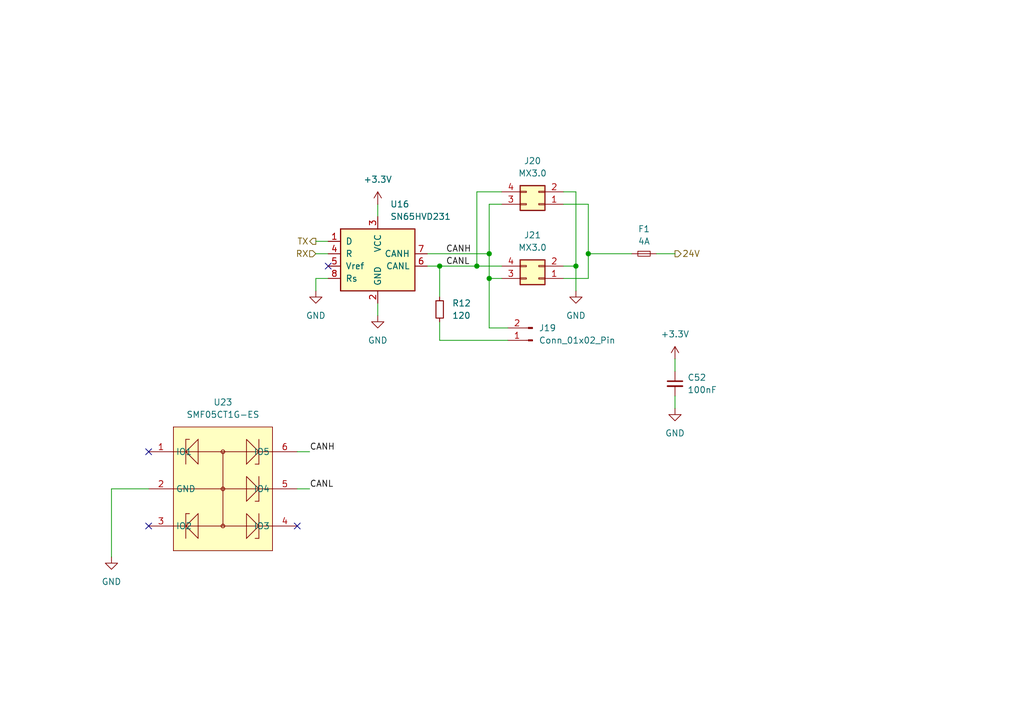
<source format=kicad_sch>
(kicad_sch (version 20250114) (generator "eeschema") (generator_version "9.0")
  (paper "A5")
  (lib_symbols
    (symbol "Connector:Conn_01x02_Pin" (pin_names (offset 1.016) (hide yes))
      (property "Reference" "J" (at 0 2.54 0))
      (property "Value" "Conn_01x02_Pin" (at 0 -5.08 0))
      (symbol "Conn_01x02_Pin_1_1"
        (rectangle (start 0.8636 0.127) (end 0 -0.127) (stroke (width 0.1524)) (fill (type outline)))
        (rectangle (start 0.8636 -2.413) (end 0 -2.667) (stroke (width 0.1524)) (fill (type outline)))
        (polyline (pts (xy 1.27 0) (xy 0.8636 0)) (stroke (width 0.1524)))
        (polyline (pts (xy 1.27 -2.54) (xy 0.8636 -2.54)) (stroke (width 0.1524)))
        (pin passive line (at 5.08 0 180) (length 3.81) (name "Pin_1") (number "1"))
        (pin passive line (at 5.08 -2.54 180) (length 3.81) (name "Pin_2") (number "2"))
      )
    )
    (symbol "Connector_Generic:Conn_02x02_Top_Bottom" (pin_names (offset 1.016) (hide yes))
      (property "Reference" "J" (at 1.27 2.54 0))
      (property "Value" "Conn_02x02_Top_Bottom" (at 1.27 -5.08 0))
      (symbol "Conn_02x02_Top_Bottom_1_1"
        (rectangle (start -1.27 1.27) (end 3.81 -3.81) (stroke (width 0.254)) (fill (type background)))
        (rectangle (start -1.27 0.127) (end 0 -0.127) (stroke (width 0.1524)))
        (rectangle (start -1.27 -2.413) (end 0 -2.667) (stroke (width 0.1524)))
        (rectangle (start 3.81 0.127) (end 2.54 -0.127) (stroke (width 0.1524)))
        (rectangle (start 3.81 -2.413) (end 2.54 -2.667) (stroke (width 0.1524)))
        (pin passive line (at -5.08 0 0) (length 3.81) (name "Pin_1") (number "1"))
        (pin passive line (at -5.08 -2.54 0) (length 3.81) (name "Pin_2") (number "2"))
        (pin passive line (at 7.62 0 180) (length 3.81) (name "Pin_3") (number "3"))
        (pin passive line (at 7.62 -2.54 180) (length 3.81) (name "Pin_4") (number "4"))
      )
    )
    (symbol "Device:C_Small" (pin_numbers (hide yes)) (pin_names (offset 0.254) (hide yes))
      (property "Reference" "C" (at 0.254 1.778 0))
      (property "Value" "C_Small" (at 0.254 -2.032 0))
      (symbol "C_Small_0_1"
        (polyline (pts (xy -1.524 0.508) (xy 1.524 0.508)) (stroke (width 0.3048)))
        (polyline (pts (xy -1.524 -0.508) (xy 1.524 -0.508)) (stroke (width 0.3302)))
      )
      (symbol "C_Small_1_1"
        (pin passive line (at 0 2.54 270) (length 2.032) (name "~") (number "1"))
        (pin passive line (at 0 -2.54 90) (length 2.032) (name "~") (number "2"))
      )
    )
    (symbol "Device:Fuse_Small" (pin_numbers (hide yes)) (pin_names (offset 0.254) (hide yes))
      (property "Reference" "F" (at 0 -1.524 0))
      (property "Value" "Fuse_Small" (at 0 1.524 0))
      (symbol "Fuse_Small_0_1"
        (rectangle (start -1.27 0.508) (end 1.27 -0.508))
        (polyline (pts (xy -1.27 0) (xy 1.27 0)))
      )
      (symbol "Fuse_Small_1_1"
        (pin passive line (at -2.54 0 0) (length 1.27) (name "~") (number "1"))
        (pin passive line (at 2.54 0 180) (length 1.27) (name "~") (number "2"))
      )
    )
    (symbol "Device:R_Small" (pin_numbers (hide yes)) (pin_names (offset 0.254) (hide yes))
      (property "Reference" "R" (at 0.762 0.508 0))
      (property "Value" "R_Small" (at 0.762 -1.016 0))
      (symbol "R_Small_0_1"
        (rectangle (start -0.762 1.778) (end 0.762 -1.778) (stroke (width 0.2032)))
      )
      (symbol "R_Small_1_1"
        (pin passive line (at 0 2.54 270) (length 0.762) (name "~") (number "1"))
        (pin passive line (at 0 -2.54 90) (length 0.762) (name "~") (number "2"))
      )
    )
    (symbol "Interface_CAN_LIN:SN65HVD231" (pin_names (offset 1.016))
      (property "Reference" "U" (at -2.54 10.16 0))
      (property "Value" "SN65HVD231" (at -2.54 7.62 0))
      (symbol "SN65HVD231_0_1"
        (rectangle (start -7.62 5.08) (end 7.62 -7.62) (stroke (width 0.254)) (fill (type background)))
      )
      (symbol "SN65HVD231_1_1"
        (pin input line (at -10.16 2.54 0) (length 2.54) (name "D") (number "1"))
        (pin output line (at -10.16 0 0) (length 2.54) (name "R") (number "4"))
        (pin output line (at -10.16 -2.54 0) (length 2.54) (name "Vref") (number "5"))
        (pin input line (at -10.16 -5.08 0) (length 2.54) (name "Rs") (number "8"))
        (pin power_in line (at 0 7.62 270) (length 2.54) (name "VCC") (number "3"))
        (pin power_in line (at 0 -10.16 90) (length 2.54) (name "GND") (number "2"))
        (pin bidirectional line (at 10.16 0 180) (length 2.54) (name "CANH") (number "7"))
        (pin bidirectional line (at 10.16 -2.54 180) (length 2.54) (name "CANL") (number "6"))
      )
    )
    (symbol "LCSC:SMF05CT1G-ES"
      (property "Reference" "U" (at 0 12.7 0))
      (property "Value" "SMF05CT1G-ES" (at 0 -12.7 0))
      (symbol "SMF05CT1G-ES_0_1"
        (rectangle (start -10.16 12.7) (end 10.16 -12.7) (fill (type background)))
        (polyline (pts (xy -10.16 7.62) (xy 10.16 7.62)))
        (polyline (pts (xy -10.16 0) (xy 0 0)))
        (polyline (pts (xy -10.16 -7.62) (xy 10.16 -7.62)))
        (polyline (pts (xy -7.62 10.16) (xy -6.86 10.16)))
        (polyline (pts (xy -7.62 5.08) (xy -7.62 10.16)))
        (polyline (pts (xy -7.62 -5.08) (xy -6.86 -5.08)))
        (polyline (pts (xy -7.62 -10.16) (xy -7.62 -5.08)))
        (polyline (pts (xy -5.08 10.16) (xy -7.62 7.62) (xy -5.08 5.08) (xy -5.08 10.16)) (fill (type background)))
        (polyline (pts (xy -5.08 -5.08) (xy -7.62 -7.62) (xy -5.08 -10.16) (xy -5.08 -5.08)) (fill (type background)))
        (circle (center 0 7.62) (radius 0.38))
        (polyline (pts (xy 0 0) (xy 10.16 0)))
        (circle (center 0 0) (radius 0.38))
        (polyline (pts (xy 0 -7.62) (xy 0 7.62)))
        (circle (center 0 -7.62) (radius 0.38))
        (arc (start 0.25 7.62) (mid 0.25 7.62) (end 0.25 7.62))
        (arc (start 0.25 0) (mid 0.25 0) (end 0.25 0))
        (arc (start 0.25 -7.62) (mid 0.25 -7.62) (end 0.25 -7.62))
        (polyline (pts (xy 4.83 5.08) (xy 7.37 7.62) (xy 4.83 10.16) (xy 4.83 5.08)) (fill (type background)))
        (polyline (pts (xy 4.83 -2.54) (xy 7.37 0) (xy 4.83 2.54) (xy 4.83 -2.54)) (fill (type background)))
        (polyline (pts (xy 4.83 -10.16) (xy 7.37 -7.62) (xy 4.83 -5.08) (xy 4.83 -10.16)) (fill (type background)))
        (polyline (pts (xy 7.37 10.16) (xy 7.37 5.08)))
        (polyline (pts (xy 7.37 5.08) (xy 6.6 5.08)))
        (polyline (pts (xy 7.37 2.54) (xy 7.37 -2.54)))
        (polyline (pts (xy 7.37 -2.54) (xy 6.6 -2.54)))
        (polyline (pts (xy 7.37 -5.08) (xy 7.37 -10.16)))
        (polyline (pts (xy 7.37 -10.16) (xy 6.6 -10.16)))
        (pin input line (at -15.24 7.62 0) (length 5.08) (name "IO1") (number "1"))
        (pin input line (at -15.24 0 0) (length 5.08) (name "GND") (number "2"))
        (pin input line (at -15.24 -7.62 0) (length 5.08) (name "IO2") (number "3"))
        (pin input line (at 15.24 7.62 180) (length 5.08) (name "IO5") (number "6"))
        (pin input line (at 15.24 0 180) (length 5.08) (name "IO4") (number "5"))
        (pin input line (at 15.24 -7.62 180) (length 5.08) (name "IO3") (number "4"))
      )
    )
    (symbol "power:+3.3V" (power) (pin_numbers (hide yes)) (pin_names (offset 0) (hide yes))
      (property "Value" "+3.3V" (at 0 3.556 0))
      (symbol "+3.3V_0_1"
        (polyline (pts (xy -0.762 1.27) (xy 0 2.54)))
        (polyline (pts (xy 0 2.54) (xy 0.762 1.27)))
        (polyline (pts (xy 0 0) (xy 0 2.54)))
      )
      (symbol "+3.3V_1_1"
        (pin power_in line (at 0 0 90) (length 0) (name "~") (number "1"))
      )
    )
    (symbol "power:GND" (power) (pin_numbers (hide yes)) (pin_names (offset 0) (hide yes))
      (property "Value" "GND" (at 0 -3.81 0))
      (symbol "GND_0_1"
        (polyline (pts (xy 0 0) (xy 0 -1.27) (xy 1.27 -1.27) (xy 0 -2.54) (xy -1.27 -1.27) (xy 0 -1.27)))
      )
      (symbol "GND_1_1"
        (pin power_in line (at 0 0 270) (length 0) (name "~") (number "1"))
      )
    )
  )
  (junction (at 118.11 54.61))
  (junction (at 90.17 54.61))
  (junction (at 120.65 52.07))
  (junction (at 97.79 54.61))
  (junction (at 100.33 52.07))
  (junction (at 100.33 57.15))
  (no_connect (at 67.31 54.61))
  (no_connect (at 60.96 107.95))
  (no_connect (at 30.48 107.95))
  (no_connect (at 30.48 92.71))
  (wire (pts (xy 134.62 52.07) (xy 138.43 52.07)))
  (wire (pts (xy 97.79 54.61) (xy 102.87 54.61)))
  (wire (pts (xy 22.86 114.3) (xy 22.86 100.33)))
  (wire (pts (xy 77.47 41.91) (xy 77.47 44.45)))
  (wire (pts (xy 97.79 54.61) (xy 97.79 39.37)))
  (wire (pts (xy 90.17 66.04) (xy 90.17 69.85)))
  (wire (pts (xy 90.17 54.61) (xy 90.17 60.96)))
  (wire (pts (xy 138.43 73.66) (xy 138.43 76.2)))
  (wire (pts (xy 64.77 52.07) (xy 67.31 52.07)))
  (wire (pts (xy 115.57 57.15) (xy 120.65 57.15)))
  (wire (pts (xy 100.33 52.07) (xy 100.33 57.15)))
  (wire (pts (xy 22.86 100.33) (xy 30.48 100.33)))
  (wire (pts (xy 120.65 57.15) (xy 120.65 52.07)))
  (wire (pts (xy 64.77 59.69) (xy 64.77 57.15)))
  (wire (pts (xy 118.11 39.37) (xy 115.57 39.37)))
  (wire (pts (xy 100.33 57.15) (xy 102.87 57.15)))
  (wire (pts (xy 64.77 49.53) (xy 67.31 49.53)))
  (wire (pts (xy 100.33 41.91) (xy 102.87 41.91)))
  (wire (pts (xy 100.33 67.31) (xy 104.14 67.31)))
  (wire (pts (xy 87.63 52.07) (xy 100.33 52.07)))
  (wire (pts (xy 115.57 54.61) (xy 118.11 54.61)))
  (wire (pts (xy 120.65 41.91) (xy 120.65 52.07)))
  (wire (pts (xy 138.43 81.28) (xy 138.43 83.82)))
  (wire (pts (xy 115.57 41.91) (xy 120.65 41.91)))
  (wire (pts (xy 120.65 52.07) (xy 129.54 52.07)))
  (wire (pts (xy 60.96 100.33) (xy 63.5 100.33)))
  (wire (pts (xy 87.63 54.61) (xy 90.17 54.61)))
  (wire (pts (xy 100.33 52.07) (xy 100.33 41.91)))
  (wire (pts (xy 77.47 62.23) (xy 77.47 64.77)))
  (wire (pts (xy 100.33 57.15) (xy 100.33 67.31)))
  (wire (pts (xy 118.11 54.61) (xy 118.11 59.69)))
  (wire (pts (xy 60.96 92.71) (xy 63.5 92.71)))
  (wire (pts (xy 90.17 69.85) (xy 104.14 69.85)))
  (wire (pts (xy 64.77 57.15) (xy 67.31 57.15)))
  (wire (pts (xy 97.79 39.37) (xy 102.87 39.37)))
  (wire (pts (xy 118.11 39.37) (xy 118.11 54.61)))
  (wire (pts (xy 90.17 54.61) (xy 97.79 54.61)))
  (label "CANL" (at 63.5 100.33 0))
  (label "CANH" (at 91.44 52.07 0))
  (label "CANH" (at 63.5 92.71 0))
  (label "CANL" (at 91.44 54.61 0))
  (hierarchical_label "24V" (shape output) (at 138.43 52.07 0))
  (hierarchical_label "RX" (shape input) (at 64.77 52.07 180))
  (hierarchical_label "TX" (shape output) (at 64.77 49.53 180))
  (symbol (lib_id "LCSC:SMF05CT1G-ES") (at 45.72 100.33 0) (unit 1)
    (property "Reference" "U23" (at 45.72 82.55 0))
    (property "Value" "SMF05CT1G-ES" (at 45.72 85.09 0))
    (property "Footprint" "Package_TO_SOT_SMD:SOT-363_SC-70-6" (effects (hide yes)))
    (property "LCSC Part" "C5180312" (effects (hide yes)))
    (property "LCSC" "C5180312" (effects (hide yes)))
  )
  (symbol (lib_id "power:GND") (at 77.47 64.77 0) (unit 1)
    (property "Reference" "#PWR0127" (effects (hide yes)))
    (property "Value" "GND" (at 77.47 69.85 0))
    (property "Description" "Power symbol creates a global label with name \"GND\" , ground" (effects (hide yes)))
  )
  (symbol (lib_id "Device:Fuse_Small") (at 132.08 52.07 0) (unit 1)
    (property "Reference" "F1" (at 132.08 46.99 0))
    (property "Value" "4A" (at 132.08 49.53 0))
    (property "Footprint" "Fuse:Fuseholder_Littelfuse_Nano2_154x" (effects (hide yes)))
    (property "Description" "Fuse, small symbol" (effects (hide yes)))
    (property "LCSC" "C108518" (effects (hide yes)))
  )
  (symbol (lib_id "Interface_CAN_LIN:SN65HVD231") (at 77.47 52.07 0) (unit 1)
    (property "Reference" "U16" (at 80.0118 41.91 0) (effects (justify left)))
    (property "Value" "SN65HVD231" (at 80.0118 44.45 0) (effects (justify left)))
    (property "Footprint" "Package_SO:SOIC-8_3.9x4.9mm_P1.27mm" (effects (hide yes)))
    (property "Datasheet" "http://www.ti.com/lit/ds/symlink/sn65hvd230.pdf" (effects (hide yes)))
    (property "Description" "CAN Bus Transceivers, 3.3V, 1Mbps,Ultra Low-Power capabilities, SOIC-8" (effects (hide yes)))
    (property "LCSC" "C129257" (effects (hide yes)))
  )
  (symbol (lib_id "power:+3.3V") (at 77.47 41.91 0) (unit 1)
    (property "Reference" "#PWR0126" (effects (hide yes)))
    (property "Value" "+3.3V" (at 77.47 36.83 0))
    (property "Description" "Power symbol creates a global label with name \"+3.3V\"" (effects (hide yes)))
  )
  (symbol (lib_id "Device:R_Small") (at 90.17 63.5 0) (unit 1)
    (property "Reference" "R12" (at 92.71 62.23 0) (effects (justify left)))
    (property "Value" "120" (at 92.71 64.77 0) (effects (justify left)))
    (property "Footprint" "Resistor_SMD:R_0603_1608Metric" (effects (hide yes)))
    (property "Description" "Resistor, small symbol" (effects (hide yes)))
    (property "LCSC" "C22787" (effects (hide yes)))
  )
  (symbol (lib_id "Connector_Generic:Conn_02x02_Top_Bottom") (at 110.49 41.91 180) (unit 1)
    (property "Reference" "J20" (at 109.22 33.02 0))
    (property "Value" "MX3.0" (at 109.22 35.56 0))
    (property "Footprint" "Connector_Molex:Molex_Micro-Fit_3.0_43045-0412_2x02_P3.00mm_Vertical" (effects (hide yes)))
    (property "Description" "Generic connector, double row, 02x02, top/bottom pin numbering scheme (row 1: 1...pins_per_row, row2: pins_per_row+1 ... num_pins), script generated (kicad-library-utils/schlib/autogen/connector/)" (effects (hide yes)))
    (property "LCSC" "C277721" (effects (hide yes)))
  )
  (symbol (lib_id "power:GND") (at 64.77 59.69 0) (unit 1)
    (property "Reference" "#PWR0125" (effects (hide yes)))
    (property "Value" "GND" (at 64.77 64.77 0))
    (property "Description" "Power symbol creates a global label with name \"GND\" , ground" (effects (hide yes)))
  )
  (symbol (lib_id "power:+3.3V") (at 138.43 73.66 0) (unit 1)
    (property "Reference" "#PWR0129" (effects (hide yes)))
    (property "Value" "+3.3V" (at 138.43 68.58 0))
    (property "Description" "Power symbol creates a global label with name \"+3.3V\"" (effects (hide yes)))
  )
  (symbol (lib_id "Connector_Generic:Conn_02x02_Top_Bottom") (at 110.49 57.15 180) (unit 1)
    (property "Reference" "J21" (at 109.22 48.26 0))
    (property "Value" "MX3.0" (at 109.22 50.8 0))
    (property "Footprint" "Connector_Molex:Molex_Micro-Fit_3.0_43045-0412_2x02_P3.00mm_Vertical" (effects (hide yes)))
    (property "Description" "Generic connector, double row, 02x02, top/bottom pin numbering scheme (row 1: 1...pins_per_row, row2: pins_per_row+1 ... num_pins), script generated (kicad-library-utils/schlib/autogen/connector/)" (effects (hide yes)))
    (property "LCSC" "C277721" (effects (hide yes)))
  )
  (symbol (lib_id "Connector:Conn_01x02_Pin") (at 109.22 69.85 180) (unit 1)
    (property "Reference" "J19" (at 110.49 67.31 0) (effects (justify right)))
    (property "Value" "Conn_01x02_Pin" (at 110.49 69.85 0) (effects (justify right)))
    (property "Footprint" "Connector_PinHeader_2.54mm:PinHeader_1x02_P2.54mm_Vertical" (effects (hide yes)))
    (property "Description" "Generic connector, single row, 01x02, script generated" (effects (hide yes)))
    (property "LCSC" "C492401" (effects (hide yes)))
  )
  (symbol (lib_id "power:GND") (at 22.86 114.3 0) (unit 1)
    (property "Reference" "#PWR0140" (effects (hide yes)))
    (property "Value" "GND" (at 22.86 119.38 0))
    (property "Description" "Power symbol creates a global label with name \"GND\" , ground" (effects (hide yes)))
  )
  (symbol (lib_id "power:GND") (at 138.43 83.82 0) (unit 1)
    (property "Reference" "#PWR0130" (effects (hide yes)))
    (property "Value" "GND" (at 138.43 88.9 0))
    (property "Description" "Power symbol creates a global label with name \"GND\" , ground" (effects (hide yes)))
  )
  (symbol (lib_id "Device:C_Small") (at 138.43 78.74 0) (unit 1)
    (property "Reference" "C52" (at 140.97 77.4763 0) (effects (justify left)))
    (property "Value" "100nF" (at 140.97 80.0163 0) (effects (justify left)))
    (property "Footprint" "Capacitor_SMD:C_0603_1608Metric" (effects (hide yes)))
    (property "Description" "Unpolarized capacitor, small symbol" (effects (hide yes)))
    (property "LCSC" "C14663" (effects (hide yes)))
  )
  (symbol (lib_id "power:GND") (at 118.11 59.69 0) (unit 1)
    (property "Reference" "#PWR0128" (effects (hide yes)))
    (property "Value" "GND" (at 118.11 64.77 0))
    (property "Description" "Power symbol creates a global label with name \"GND\" , ground" (effects (hide yes)))
  )
)
</source>
